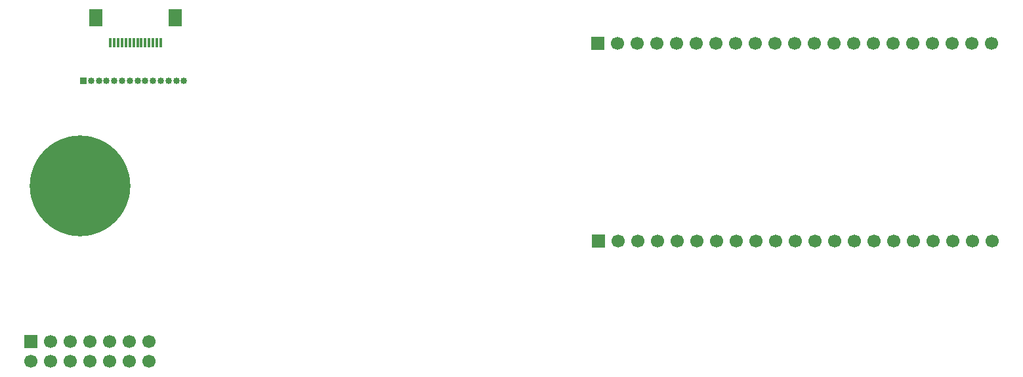
<source format=gbr>
%TF.GenerationSoftware,KiCad,Pcbnew,9.0.7*%
%TF.CreationDate,2026-01-27T19:23:09-03:00*%
%TF.ProjectId,pcb_geral,7063625f-6765-4726-916c-2e6b69636164,rev?*%
%TF.SameCoordinates,Original*%
%TF.FileFunction,Soldermask,Top*%
%TF.FilePolarity,Negative*%
%FSLAX46Y46*%
G04 Gerber Fmt 4.6, Leading zero omitted, Abs format (unit mm)*
G04 Created by KiCad (PCBNEW 9.0.7) date 2026-01-27 19:23:09*
%MOMM*%
%LPD*%
G01*
G04 APERTURE LIST*
%ADD10R,1.700000X1.700000*%
%ADD11C,1.700000*%
%ADD12C,13.000000*%
%ADD13R,0.850000X0.850000*%
%ADD14C,0.850000*%
%ADD15R,0.300000X1.300000*%
%ADD16R,1.800000X2.200000*%
G04 APERTURE END LIST*
D10*
%TO.C,ESP32PinSocket_2*%
X157720000Y-109750000D03*
D11*
X160260000Y-109750000D03*
X162800000Y-109750000D03*
X165340000Y-109750000D03*
X167880000Y-109750000D03*
X170420000Y-109750000D03*
X172960000Y-109750000D03*
X175500000Y-109750000D03*
X178040000Y-109750000D03*
X180580000Y-109750000D03*
X183120000Y-109750000D03*
X185660000Y-109750000D03*
X188200000Y-109750000D03*
X190740000Y-109750000D03*
X193280000Y-109750000D03*
X195820000Y-109750000D03*
X198360000Y-109750000D03*
X200900000Y-109750000D03*
X203440000Y-109750000D03*
X205980000Y-109750000D03*
X208520000Y-109750000D03*
%TD*%
D10*
%TO.C,KeyboardPinSocket*%
X84500000Y-122750000D03*
D11*
X84500000Y-125290000D03*
X87040000Y-122750000D03*
X87040000Y-125290000D03*
X89580000Y-122750000D03*
X89580000Y-125290000D03*
X92120000Y-122750000D03*
X92120000Y-125290000D03*
X94660000Y-122750000D03*
X94660000Y-125290000D03*
X97200000Y-122750000D03*
X97200000Y-125290000D03*
X99740000Y-122750000D03*
X99740000Y-125290000D03*
%TD*%
D12*
%TO.C,REF\u002A\u002A*%
X90800000Y-102690000D03*
%TD*%
D13*
%TO.C,FlatCable_Header*%
X91250000Y-89100000D03*
D14*
X92250000Y-89100000D03*
X93250000Y-89100000D03*
X94250000Y-89100000D03*
X95250000Y-89100000D03*
X96250000Y-89100000D03*
X97250000Y-89100000D03*
X98250000Y-89100000D03*
X99250000Y-89100000D03*
X100250000Y-89100000D03*
X101250000Y-89100000D03*
X102250000Y-89100000D03*
X103250000Y-89100000D03*
X104250000Y-89100000D03*
%TD*%
D10*
%TO.C,ESP32PinSocket_1*%
X157670000Y-84250000D03*
D11*
X160210000Y-84250000D03*
X162750000Y-84250000D03*
X165290000Y-84250000D03*
X167830000Y-84250000D03*
X170370000Y-84250000D03*
X172910000Y-84250000D03*
X175450000Y-84250000D03*
X177990000Y-84250000D03*
X180530000Y-84250000D03*
X183070000Y-84250000D03*
X185610000Y-84250000D03*
X188150000Y-84250000D03*
X190690000Y-84250000D03*
X193230000Y-84250000D03*
X195770000Y-84250000D03*
X198310000Y-84250000D03*
X200850000Y-84250000D03*
X203390000Y-84250000D03*
X205930000Y-84250000D03*
X208470000Y-84250000D03*
%TD*%
D15*
%TO.C,FlatCableSocket*%
X101250000Y-84200000D03*
X100750000Y-84200000D03*
X100250000Y-84200000D03*
X99750000Y-84200000D03*
X99250000Y-84200000D03*
X98750000Y-84200000D03*
X98250000Y-84200000D03*
X97750000Y-84200000D03*
X97250000Y-84200000D03*
X96750000Y-84200000D03*
X96250000Y-84200000D03*
X95750000Y-84200000D03*
X95250000Y-84200000D03*
X94750000Y-84200000D03*
D16*
X103150000Y-80950000D03*
X92850000Y-80950000D03*
%TD*%
M02*

</source>
